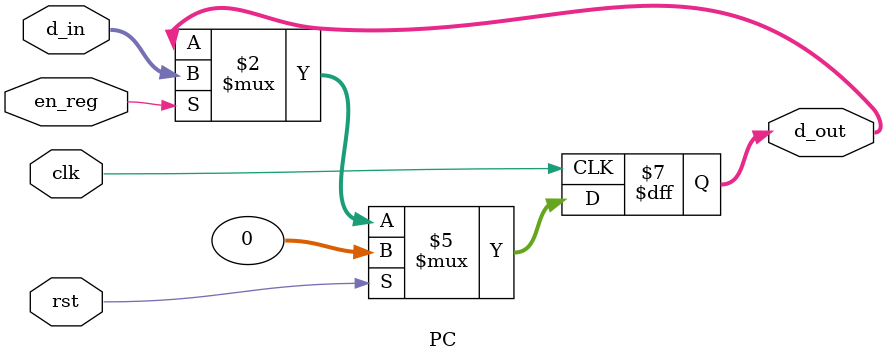
<source format=v>
module PC( clk, rst, en_reg, d_in, d_out );
    input clk, rst, en_reg;
    input[31:0]	d_in;
    output[31:0] d_out;
    reg [31:0] d_out;
   
    always @( posedge clk ) begin
        if ( rst )
			d_out <= 32'b0;
        else if ( en_reg )
			d_out <= d_in;
    end
endmodule
</source>
